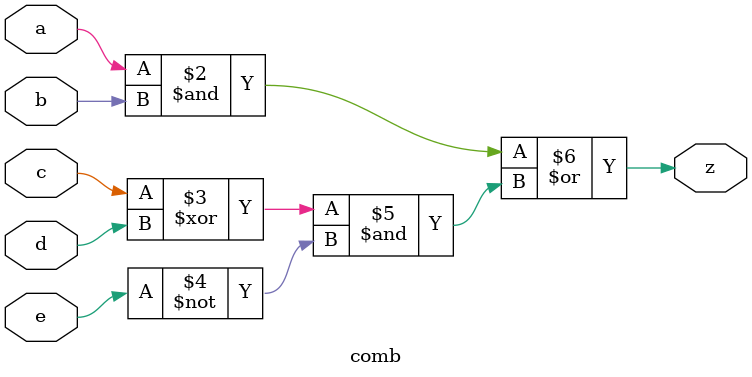
<source format=v>
module comb( input a, b, c, d, e, output reg z);
  always @(a or b or c or d or e) begin
  	 z = (a & b) | ((c^d) & ~e);
  end
endmodule
  
  

</source>
